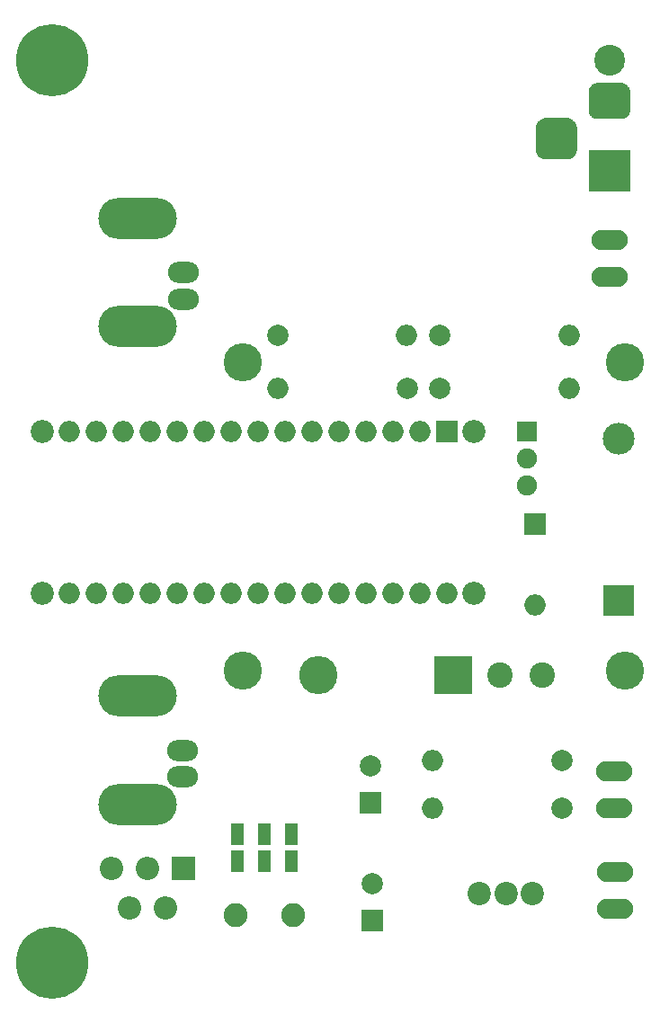
<source format=gbr>
G04 #@! TF.GenerationSoftware,KiCad,Pcbnew,(5.0.0)*
G04 #@! TF.CreationDate,2018-12-05T18:09:54+00:00*
G04 #@! TF.ProjectId,OpenSpritzer_1.3,4F70656E53707269747A65725F312E33,rev?*
G04 #@! TF.SameCoordinates,Original*
G04 #@! TF.FileFunction,Soldermask,Bot*
G04 #@! TF.FilePolarity,Negative*
%FSLAX46Y46*%
G04 Gerber Fmt 4.6, Leading zero omitted, Abs format (unit mm)*
G04 Created by KiCad (PCBNEW (5.0.0)) date 12/05/18 18:09:54*
%MOMM*%
%LPD*%
G01*
G04 APERTURE LIST*
%ADD10C,2.200000*%
%ADD11O,3.000000X3.000000*%
%ADD12R,3.000000X3.000000*%
%ADD13C,2.000000*%
%ADD14O,2.000000X2.000000*%
%ADD15O,3.410000X1.910000*%
%ADD16C,2.400000*%
%ADD17R,2.000000X2.000000*%
%ADD18C,2.180000*%
%ADD19R,1.900000X1.900000*%
%ADD20C,1.900000*%
%ADD21C,0.100000*%
%ADD22C,3.900000*%
%ADD23C,3.400000*%
%ADD24R,3.900000X3.900000*%
%ADD25C,2.900000*%
%ADD26C,6.800000*%
%ADD27R,3.600000X3.600000*%
%ADD28O,3.600000X3.600000*%
%ADD29R,1.150000X2.150000*%
%ADD30C,2.250000*%
%ADD31C,3.600000*%
%ADD32O,7.400240X3.900120*%
%ADD33O,2.899360X2.000200*%
%ADD34R,2.200000X2.200000*%
%ADD35O,2.200000X2.200000*%
G04 APERTURE END LIST*
D10*
G04 #@! TO.C,*
X145260000Y-143480000D03*
X142760000Y-143480000D03*
X140260000Y-143480000D03*
G04 #@! TD*
D11*
G04 #@! TO.C,*
X153340000Y-100630000D03*
D12*
X153340000Y-115870000D03*
G04 #@! TD*
D13*
G04 #@! TO.C,*
X136500000Y-90950000D03*
D14*
X148680000Y-90950000D03*
G04 #@! TD*
D13*
G04 #@! TO.C,*
X148000000Y-130950000D03*
D14*
X135820000Y-130950000D03*
G04 #@! TD*
D13*
G04 #@! TO.C,*
X148000000Y-135450000D03*
D14*
X135820000Y-135450000D03*
G04 #@! TD*
D13*
G04 #@! TO.C,*
X136500000Y-95950000D03*
D14*
X148680000Y-95950000D03*
G04 #@! TD*
D13*
G04 #@! TO.C,*
X121250000Y-90950000D03*
D14*
X133430000Y-90950000D03*
G04 #@! TD*
D13*
G04 #@! TO.C,*
X133500000Y-95950000D03*
D14*
X121320000Y-95950000D03*
G04 #@! TD*
D15*
G04 #@! TO.C,*
X152500000Y-85450000D03*
X152500000Y-81950000D03*
G04 #@! TD*
D16*
G04 #@! TO.C,*
X146175000Y-122950000D03*
X142175000Y-122950000D03*
G04 #@! TD*
D17*
G04 #@! TO.C,*
X137200000Y-100000000D03*
D14*
X104180000Y-115240000D03*
X134660000Y-100000000D03*
X106720000Y-115240000D03*
X132120000Y-100000000D03*
X109260000Y-115240000D03*
X129580000Y-100000000D03*
X111800000Y-115240000D03*
X127040000Y-100000000D03*
X114340000Y-115240000D03*
X124500000Y-100000000D03*
X116880000Y-115240000D03*
X121960000Y-100000000D03*
X119420000Y-115240000D03*
X119420000Y-100000000D03*
X121960000Y-115240000D03*
X116880000Y-100000000D03*
X124500000Y-115240000D03*
X114340000Y-100000000D03*
X127040000Y-115240000D03*
X111800000Y-100000000D03*
X129580000Y-115240000D03*
X109260000Y-100000000D03*
X132120000Y-115240000D03*
X106720000Y-100000000D03*
X134660000Y-115240000D03*
X104180000Y-100000000D03*
X137200000Y-115240000D03*
X101640000Y-100000000D03*
X101640000Y-115240000D03*
D18*
X139740000Y-100000000D03*
X139740000Y-115240000D03*
X99100000Y-115240000D03*
X99100000Y-100000000D03*
G04 #@! TD*
D19*
G04 #@! TO.C,NPN*
X144750000Y-99950000D03*
D20*
X144750000Y-105030000D03*
X144750000Y-102490000D03*
G04 #@! TD*
D21*
G04 #@! TO.C,*
G36*
X148570567Y-70454695D02*
X148665213Y-70468734D01*
X148758028Y-70491983D01*
X148848116Y-70524217D01*
X148934612Y-70565127D01*
X149016681Y-70614317D01*
X149093533Y-70671315D01*
X149164429Y-70735571D01*
X149228685Y-70806467D01*
X149285683Y-70883319D01*
X149334873Y-70965388D01*
X149375783Y-71051884D01*
X149408017Y-71141972D01*
X149431266Y-71234787D01*
X149445305Y-71329433D01*
X149450000Y-71425000D01*
X149450000Y-73375000D01*
X149445305Y-73470567D01*
X149431266Y-73565213D01*
X149408017Y-73658028D01*
X149375783Y-73748116D01*
X149334873Y-73834612D01*
X149285683Y-73916681D01*
X149228685Y-73993533D01*
X149164429Y-74064429D01*
X149093533Y-74128685D01*
X149016681Y-74185683D01*
X148934612Y-74234873D01*
X148848116Y-74275783D01*
X148758028Y-74308017D01*
X148665213Y-74331266D01*
X148570567Y-74345305D01*
X148475000Y-74350000D01*
X146525000Y-74350000D01*
X146429433Y-74345305D01*
X146334787Y-74331266D01*
X146241972Y-74308017D01*
X146151884Y-74275783D01*
X146065388Y-74234873D01*
X145983319Y-74185683D01*
X145906467Y-74128685D01*
X145835571Y-74064429D01*
X145771315Y-73993533D01*
X145714317Y-73916681D01*
X145665127Y-73834612D01*
X145624217Y-73748116D01*
X145591983Y-73658028D01*
X145568734Y-73565213D01*
X145554695Y-73470567D01*
X145550000Y-73375000D01*
X145550000Y-71425000D01*
X145554695Y-71329433D01*
X145568734Y-71234787D01*
X145591983Y-71141972D01*
X145624217Y-71051884D01*
X145665127Y-70965388D01*
X145714317Y-70883319D01*
X145771315Y-70806467D01*
X145835571Y-70735571D01*
X145906467Y-70671315D01*
X145983319Y-70614317D01*
X146065388Y-70565127D01*
X146151884Y-70524217D01*
X146241972Y-70491983D01*
X146334787Y-70468734D01*
X146429433Y-70454695D01*
X146525000Y-70450000D01*
X148475000Y-70450000D01*
X148570567Y-70454695D01*
X148570567Y-70454695D01*
G37*
D22*
X147500000Y-72400000D03*
D21*
G36*
X153683315Y-67154093D02*
X153765827Y-67166333D01*
X153846742Y-67186601D01*
X153925281Y-67214702D01*
X154000687Y-67250367D01*
X154072235Y-67293251D01*
X154139234Y-67342941D01*
X154201041Y-67398959D01*
X154257059Y-67460766D01*
X154306749Y-67527765D01*
X154349633Y-67599313D01*
X154385298Y-67674719D01*
X154413399Y-67753258D01*
X154433667Y-67834173D01*
X154445907Y-67916685D01*
X154450000Y-68000000D01*
X154450000Y-69700000D01*
X154445907Y-69783315D01*
X154433667Y-69865827D01*
X154413399Y-69946742D01*
X154385298Y-70025281D01*
X154349633Y-70100687D01*
X154306749Y-70172235D01*
X154257059Y-70239234D01*
X154201041Y-70301041D01*
X154139234Y-70357059D01*
X154072235Y-70406749D01*
X154000687Y-70449633D01*
X153925281Y-70485298D01*
X153846742Y-70513399D01*
X153765827Y-70533667D01*
X153683315Y-70545907D01*
X153600000Y-70550000D01*
X151400000Y-70550000D01*
X151316685Y-70545907D01*
X151234173Y-70533667D01*
X151153258Y-70513399D01*
X151074719Y-70485298D01*
X150999313Y-70449633D01*
X150927765Y-70406749D01*
X150860766Y-70357059D01*
X150798959Y-70301041D01*
X150742941Y-70239234D01*
X150693251Y-70172235D01*
X150650367Y-70100687D01*
X150614702Y-70025281D01*
X150586601Y-69946742D01*
X150566333Y-69865827D01*
X150554093Y-69783315D01*
X150550000Y-69700000D01*
X150550000Y-68000000D01*
X150554093Y-67916685D01*
X150566333Y-67834173D01*
X150586601Y-67753258D01*
X150614702Y-67674719D01*
X150650367Y-67599313D01*
X150693251Y-67527765D01*
X150742941Y-67460766D01*
X150798959Y-67398959D01*
X150860766Y-67342941D01*
X150927765Y-67293251D01*
X150999313Y-67250367D01*
X151074719Y-67214702D01*
X151153258Y-67186601D01*
X151234173Y-67166333D01*
X151316685Y-67154093D01*
X151400000Y-67150000D01*
X153600000Y-67150000D01*
X153683315Y-67154093D01*
X153683315Y-67154093D01*
G37*
D23*
X152500000Y-68850000D03*
D24*
X152500000Y-75450000D03*
D25*
X152500000Y-65050000D03*
G04 #@! TD*
D26*
G04 #@! TO.C,*
X100000000Y-65000000D03*
G04 #@! TD*
D27*
G04 #@! TO.C,*
X137800000Y-122950000D03*
D28*
X125100000Y-122950000D03*
G04 #@! TD*
D29*
G04 #@! TO.C,*
X117460000Y-137930000D03*
X120000000Y-137930000D03*
X122540000Y-137930000D03*
X117460000Y-140470000D03*
X120000000Y-140470000D03*
X122540000Y-140470000D03*
D30*
X117300000Y-145550000D03*
X122700000Y-145550000D03*
G04 #@! TD*
D17*
G04 #@! TO.C,*
X130200000Y-146050000D03*
D13*
X130200000Y-142550000D03*
G04 #@! TD*
G04 #@! TO.C,*
X130000000Y-131450000D03*
D17*
X130000000Y-134950000D03*
G04 #@! TD*
D31*
G04 #@! TO.C,*
X118000000Y-93500000D03*
G04 #@! TD*
G04 #@! TO.C,*
X118000000Y-122500000D03*
G04 #@! TD*
D15*
G04 #@! TO.C,*
X152940000Y-131950000D03*
X152940000Y-135450000D03*
G04 #@! TD*
G04 #@! TO.C,*
X153000000Y-144950000D03*
X153000000Y-141450000D03*
G04 #@! TD*
D32*
G04 #@! TO.C,*
X108111600Y-90097780D03*
X108111600Y-79899680D03*
D33*
X112376260Y-85000000D03*
X112376260Y-87499360D03*
G04 #@! TD*
D17*
G04 #@! TO.C,*
X145500000Y-108700000D03*
D14*
X145500000Y-116320000D03*
G04 #@! TD*
D31*
G04 #@! TO.C,*
X154000000Y-93500000D03*
G04 #@! TD*
D34*
G04 #@! TO.C,*
X112400000Y-141150000D03*
D35*
X110700000Y-144850000D03*
X109000000Y-141150000D03*
X107300000Y-144850000D03*
X105600000Y-141150000D03*
G04 #@! TD*
D31*
G04 #@! TO.C,*
X154000000Y-122500000D03*
G04 #@! TD*
D33*
G04 #@! TO.C,*
X112301260Y-132499360D03*
X112301260Y-130000000D03*
D32*
X108036600Y-124899680D03*
X108036600Y-135097780D03*
G04 #@! TD*
D26*
G04 #@! TO.C,*
X100000000Y-150000000D03*
G04 #@! TD*
M02*

</source>
